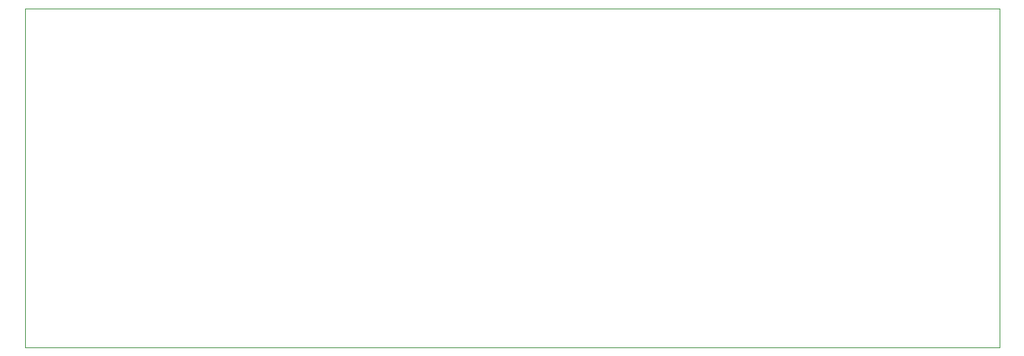
<source format=gbr>
G04 #@! TF.FileFunction,Profile,NP*
%FSLAX46Y46*%
G04 Gerber Fmt 4.6, Leading zero omitted, Abs format (unit mm)*
G04 Created by KiCad (PCBNEW 4.0.4-stable) date 11/27/16 02:50:32*
%MOMM*%
%LPD*%
G01*
G04 APERTURE LIST*
%ADD10C,0.100000*%
G04 APERTURE END LIST*
D10*
X95000000Y-115000000D02*
X95000000Y-75000000D01*
X210000000Y-115000000D02*
X95000000Y-115000000D01*
X210000000Y-75000000D02*
X210000000Y-115000000D01*
X95000000Y-75000000D02*
X210000000Y-75000000D01*
M02*

</source>
